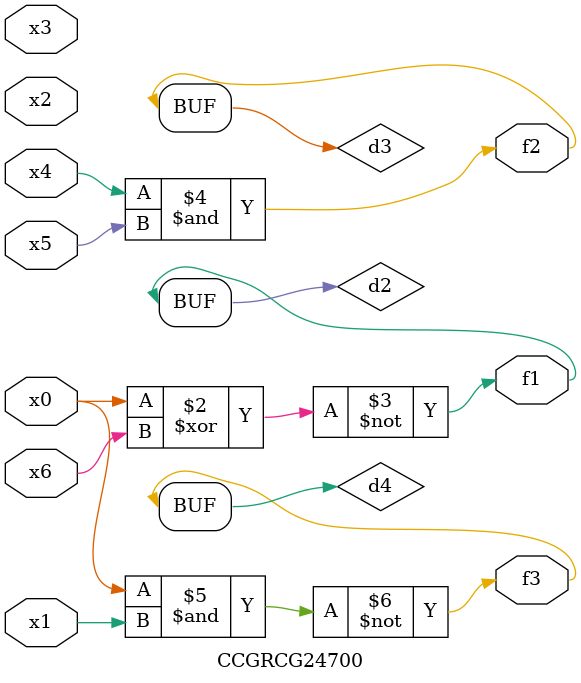
<source format=v>
module CCGRCG24700(
	input x0, x1, x2, x3, x4, x5, x6,
	output f1, f2, f3
);

	wire d1, d2, d3, d4;

	nor (d1, x0);
	xnor (d2, x0, x6);
	and (d3, x4, x5);
	nand (d4, x0, x1);
	assign f1 = d2;
	assign f2 = d3;
	assign f3 = d4;
endmodule

</source>
